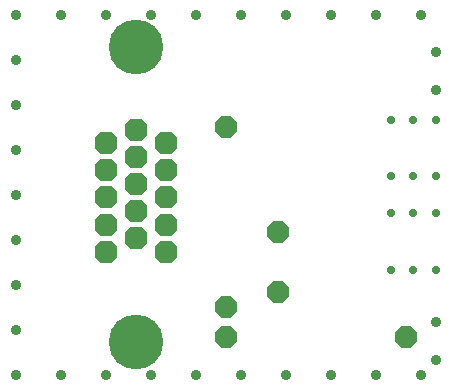
<source format=gbs>
G04 EAGLE Gerber X2 export*
%TF.Part,Single*%
%TF.FileFunction,Soldermask,Bot,1*%
%TF.FilePolarity,Negative*%
%TF.GenerationSoftware,Autodesk,EAGLE,9.0.0*%
%TF.CreationDate,2018-05-04T14:31:41Z*%
G75*
%MOIN*%
%FSLAX34Y34*%
%LPD*%
%AMOC8*
5,1,8,0,0,1.08239X$1,22.5*%
G01*
%ADD10P,0.081179X8X292.500000*%
%ADD11P,0.081179X8X22.500000*%
%ADD12P,0.082117X8X292.500000*%
%ADD13C,0.182165*%
%ADD14C,0.028780*%
%ADD15C,0.034685*%


D10*
X7500Y8750D03*
X7500Y2750D03*
X9250Y5250D03*
X9250Y3250D03*
D11*
X7500Y1750D03*
X13500Y1750D03*
D12*
X5500Y8205D03*
X5500Y7303D03*
X5500Y6402D03*
X5500Y5500D03*
X5500Y4598D03*
X3500Y8205D03*
X3500Y7303D03*
X3500Y6402D03*
X3500Y5500D03*
X3500Y4598D03*
X4500Y8656D03*
X4500Y7754D03*
X4500Y6852D03*
X4500Y5951D03*
X4500Y5049D03*
D13*
X4500Y11421D03*
X4500Y1579D03*
D14*
X14500Y7125D03*
X13750Y7125D03*
X13000Y7125D03*
X13750Y5875D03*
X14500Y5875D03*
X13000Y5875D03*
X13000Y9000D03*
X13750Y9000D03*
X14500Y9000D03*
X13000Y4000D03*
X13750Y4000D03*
X14500Y4000D03*
D15*
X500Y500D03*
X2000Y500D03*
X3500Y500D03*
X5000Y500D03*
X6500Y500D03*
X8000Y500D03*
X9500Y500D03*
X11000Y500D03*
X12500Y500D03*
X14000Y500D03*
X500Y2000D03*
X500Y3500D03*
X500Y5000D03*
X500Y6500D03*
X500Y8000D03*
X500Y9500D03*
X500Y11000D03*
X500Y12500D03*
X2000Y12500D03*
X3500Y12500D03*
X5000Y12500D03*
X6500Y12500D03*
X8000Y12500D03*
X9500Y12500D03*
X11000Y12500D03*
X12500Y12500D03*
X14000Y12500D03*
X14500Y11250D03*
X14500Y10000D03*
X14500Y1000D03*
X14500Y2250D03*
M02*

</source>
